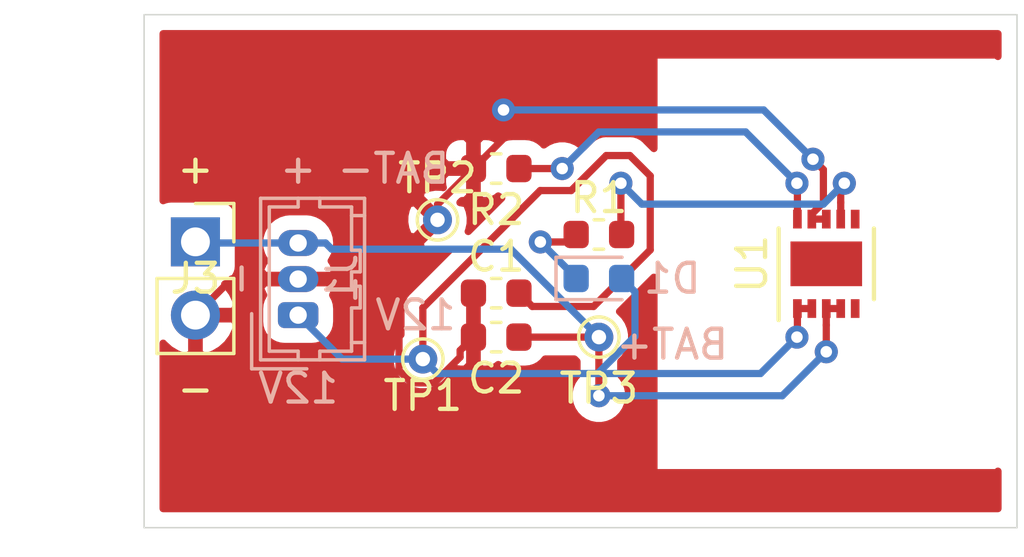
<source format=kicad_pcb>
(kicad_pcb (version 20171130) (host pcbnew "(5.1.0-0)")

  (general
    (thickness 1.6)
    (drawings 18)
    (tracks 93)
    (zones 0)
    (modules 11)
    (nets 10)
  )

  (page A4)
  (layers
    (0 F.Cu signal)
    (31 B.Cu signal)
    (32 B.Adhes user)
    (33 F.Adhes user)
    (34 B.Paste user)
    (35 F.Paste user)
    (36 B.SilkS user)
    (37 F.SilkS user)
    (38 B.Mask user)
    (39 F.Mask user)
    (40 Dwgs.User user)
    (41 Cmts.User user)
    (42 Eco1.User user)
    (43 Eco2.User user)
    (44 Edge.Cuts user)
    (45 Margin user)
    (46 B.CrtYd user)
    (47 F.CrtYd user)
    (48 B.Fab user)
    (49 F.Fab user)
  )

  (setup
    (last_trace_width 0.25)
    (trace_clearance 0.2)
    (zone_clearance 0.508)
    (zone_45_only no)
    (trace_min 0.2)
    (via_size 0.8)
    (via_drill 0.4)
    (via_min_size 0.4)
    (via_min_drill 0.3)
    (uvia_size 0.3)
    (uvia_drill 0.1)
    (uvias_allowed no)
    (uvia_min_size 0.2)
    (uvia_min_drill 0.1)
    (edge_width 0.05)
    (segment_width 0.2)
    (pcb_text_width 0.3)
    (pcb_text_size 1.5 1.5)
    (mod_edge_width 0.12)
    (mod_text_size 1 1)
    (mod_text_width 0.15)
    (pad_size 1.524 1.524)
    (pad_drill 0.762)
    (pad_to_mask_clearance 0.051)
    (solder_mask_min_width 0.25)
    (aux_axis_origin 0 0)
    (visible_elements FFFFFF7F)
    (pcbplotparams
      (layerselection 0x010fc_ffffffff)
      (usegerberextensions true)
      (usegerberattributes false)
      (usegerberadvancedattributes false)
      (creategerberjobfile false)
      (excludeedgelayer true)
      (linewidth 0.100000)
      (plotframeref false)
      (viasonmask false)
      (mode 1)
      (useauxorigin false)
      (hpglpennumber 1)
      (hpglpenspeed 20)
      (hpglpendiameter 15.000000)
      (psnegative false)
      (psa4output false)
      (plotreference true)
      (plotvalue true)
      (plotinvisibletext false)
      (padsonsilk false)
      (subtractmaskfromsilk false)
      (outputformat 1)
      (mirror false)
      (drillshape 0)
      (scaleselection 1)
      (outputdirectory "Gerber/"))
  )

  (net 0 "")
  (net 1 BAT-)
  (net 2 12V)
  (net 3 BAT+)
  (net 4 "Net-(D1-Pad1)")
  (net 5 "Net-(R1-Pad1)")
  (net 6 "Net-(R2-Pad1)")
  (net 7 "Net-(U1-Pad5)")
  (net 8 "Net-(U1-Pad6)")
  (net 9 "Net-(U1-Pad11)")

  (net_class Default "This is the default net class."
    (clearance 0.2)
    (trace_width 0.25)
    (via_dia 0.8)
    (via_drill 0.4)
    (uvia_dia 0.3)
    (uvia_drill 0.1)
    (add_net 12V)
    (add_net BAT+)
    (add_net BAT-)
    (add_net "Net-(D1-Pad1)")
    (add_net "Net-(R1-Pad1)")
    (add_net "Net-(R2-Pad1)")
    (add_net "Net-(U1-Pad11)")
    (add_net "Net-(U1-Pad5)")
    (add_net "Net-(U1-Pad6)")
  )

  (module Connector_PinSocket_2.54mm:PinSocket_1x02_P2.54mm_Vertical (layer F.Cu) (tedit 5A19A420) (tstamp 5D2EC182)
    (at 114.808 71.882)
    (descr "Through hole straight socket strip, 1x02, 2.54mm pitch, single row (from Kicad 4.0.7), script generated")
    (tags "Through hole socket strip THT 1x02 2.54mm single row")
    (path /5D309926)
    (fp_text reference J3 (at 0 1.27) (layer F.SilkS)
      (effects (font (size 1 1) (thickness 0.15)))
    )
    (fp_text value Conn_01x02_Male (at 0 5.31) (layer F.Fab)
      (effects (font (size 1 1) (thickness 0.15)))
    )
    (fp_line (start -1.27 -1.27) (end 0.635 -1.27) (layer F.Fab) (width 0.1))
    (fp_line (start 0.635 -1.27) (end 1.27 -0.635) (layer F.Fab) (width 0.1))
    (fp_line (start 1.27 -0.635) (end 1.27 3.81) (layer F.Fab) (width 0.1))
    (fp_line (start 1.27 3.81) (end -1.27 3.81) (layer F.Fab) (width 0.1))
    (fp_line (start -1.27 3.81) (end -1.27 -1.27) (layer F.Fab) (width 0.1))
    (fp_line (start -1.33 1.27) (end 1.33 1.27) (layer F.SilkS) (width 0.12))
    (fp_line (start -1.33 1.27) (end -1.33 3.87) (layer F.SilkS) (width 0.12))
    (fp_line (start -1.33 3.87) (end 1.33 3.87) (layer F.SilkS) (width 0.12))
    (fp_line (start 1.33 1.27) (end 1.33 3.87) (layer F.SilkS) (width 0.12))
    (fp_line (start 1.33 -1.33) (end 1.33 0) (layer F.SilkS) (width 0.12))
    (fp_line (start 0 -1.33) (end 1.33 -1.33) (layer F.SilkS) (width 0.12))
    (fp_line (start -1.8 -1.8) (end 1.75 -1.8) (layer F.CrtYd) (width 0.05))
    (fp_line (start 1.75 -1.8) (end 1.75 4.3) (layer F.CrtYd) (width 0.05))
    (fp_line (start 1.75 4.3) (end -1.8 4.3) (layer F.CrtYd) (width 0.05))
    (fp_line (start -1.8 4.3) (end -1.8 -1.8) (layer F.CrtYd) (width 0.05))
    (fp_text user %R (at 0 1.27 90) (layer F.Fab)
      (effects (font (size 1 1) (thickness 0.15)))
    )
    (pad 1 thru_hole rect (at 0 0) (size 1.7 1.7) (drill 1) (layers *.Cu *.Mask)
      (net 3 BAT+))
    (pad 2 thru_hole oval (at 0 2.54) (size 1.7 1.7) (drill 1) (layers *.Cu *.Mask)
      (net 1 BAT-))
    (model ${KISYS3DMOD}/Connector_PinSocket_2.54mm.3dshapes/PinSocket_1x02_P2.54mm_Vertical.wrl
      (at (xyz 0 0 0))
      (scale (xyz 1 1 1))
      (rotate (xyz 0 0 0))
    )
  )

  (module Capacitor_SMD:C_0603_1608Metric (layer F.Cu) (tedit 5B301BBE) (tstamp 5D2E959E)
    (at 125.222 73.66 180)
    (descr "Capacitor SMD 0603 (1608 Metric), square (rectangular) end terminal, IPC_7351 nominal, (Body size source: http://www.tortai-tech.com/upload/download/2011102023233369053.pdf), generated with kicad-footprint-generator")
    (tags capacitor)
    (path /5D2E702D)
    (attr smd)
    (fp_text reference C1 (at 0 1.27 180) (layer F.SilkS)
      (effects (font (size 1 1) (thickness 0.15)))
    )
    (fp_text value 1uF (at 0 1.43 180) (layer F.Fab)
      (effects (font (size 1 1) (thickness 0.15)))
    )
    (fp_text user %R (at 0 0 180) (layer F.Fab)
      (effects (font (size 0.4 0.4) (thickness 0.06)))
    )
    (fp_line (start 1.48 0.73) (end -1.48 0.73) (layer F.CrtYd) (width 0.05))
    (fp_line (start 1.48 -0.73) (end 1.48 0.73) (layer F.CrtYd) (width 0.05))
    (fp_line (start -1.48 -0.73) (end 1.48 -0.73) (layer F.CrtYd) (width 0.05))
    (fp_line (start -1.48 0.73) (end -1.48 -0.73) (layer F.CrtYd) (width 0.05))
    (fp_line (start -0.162779 0.51) (end 0.162779 0.51) (layer F.SilkS) (width 0.12))
    (fp_line (start -0.162779 -0.51) (end 0.162779 -0.51) (layer F.SilkS) (width 0.12))
    (fp_line (start 0.8 0.4) (end -0.8 0.4) (layer F.Fab) (width 0.1))
    (fp_line (start 0.8 -0.4) (end 0.8 0.4) (layer F.Fab) (width 0.1))
    (fp_line (start -0.8 -0.4) (end 0.8 -0.4) (layer F.Fab) (width 0.1))
    (fp_line (start -0.8 0.4) (end -0.8 -0.4) (layer F.Fab) (width 0.1))
    (pad 2 smd roundrect (at 0.7875 0 180) (size 0.875 0.95) (layers F.Cu F.Paste F.Mask) (roundrect_rratio 0.25)
      (net 1 BAT-))
    (pad 1 smd roundrect (at -0.7875 0 180) (size 0.875 0.95) (layers F.Cu F.Paste F.Mask) (roundrect_rratio 0.25)
      (net 2 12V))
    (model ${KISYS3DMOD}/Capacitor_SMD.3dshapes/C_0603_1608Metric.wrl
      (at (xyz 0 0 0))
      (scale (xyz 1 1 1))
      (rotate (xyz 0 0 0))
    )
  )

  (module Capacitor_SMD:C_0603_1608Metric (layer F.Cu) (tedit 5B301BBE) (tstamp 5D2E95AF)
    (at 125.222 75.184 180)
    (descr "Capacitor SMD 0603 (1608 Metric), square (rectangular) end terminal, IPC_7351 nominal, (Body size source: http://www.tortai-tech.com/upload/download/2011102023233369053.pdf), generated with kicad-footprint-generator")
    (tags capacitor)
    (path /5D2E701E)
    (attr smd)
    (fp_text reference C2 (at 0 -1.43 180) (layer F.SilkS)
      (effects (font (size 1 1) (thickness 0.15)))
    )
    (fp_text value 1uF (at 0 1.43 180) (layer F.Fab)
      (effects (font (size 1 1) (thickness 0.15)))
    )
    (fp_line (start -0.8 0.4) (end -0.8 -0.4) (layer F.Fab) (width 0.1))
    (fp_line (start -0.8 -0.4) (end 0.8 -0.4) (layer F.Fab) (width 0.1))
    (fp_line (start 0.8 -0.4) (end 0.8 0.4) (layer F.Fab) (width 0.1))
    (fp_line (start 0.8 0.4) (end -0.8 0.4) (layer F.Fab) (width 0.1))
    (fp_line (start -0.162779 -0.51) (end 0.162779 -0.51) (layer F.SilkS) (width 0.12))
    (fp_line (start -0.162779 0.51) (end 0.162779 0.51) (layer F.SilkS) (width 0.12))
    (fp_line (start -1.48 0.73) (end -1.48 -0.73) (layer F.CrtYd) (width 0.05))
    (fp_line (start -1.48 -0.73) (end 1.48 -0.73) (layer F.CrtYd) (width 0.05))
    (fp_line (start 1.48 -0.73) (end 1.48 0.73) (layer F.CrtYd) (width 0.05))
    (fp_line (start 1.48 0.73) (end -1.48 0.73) (layer F.CrtYd) (width 0.05))
    (fp_text user %R (at 0 0 180) (layer F.Fab)
      (effects (font (size 0.4 0.4) (thickness 0.06)))
    )
    (pad 1 smd roundrect (at -0.7875 0 180) (size 0.875 0.95) (layers F.Cu F.Paste F.Mask) (roundrect_rratio 0.25)
      (net 3 BAT+))
    (pad 2 smd roundrect (at 0.7875 0 180) (size 0.875 0.95) (layers F.Cu F.Paste F.Mask) (roundrect_rratio 0.25)
      (net 1 BAT-))
    (model ${KISYS3DMOD}/Capacitor_SMD.3dshapes/C_0603_1608Metric.wrl
      (at (xyz 0 0 0))
      (scale (xyz 1 1 1))
      (rotate (xyz 0 0 0))
    )
  )

  (module LED_SMD:LED_0603_1608Metric (layer B.Cu) (tedit 5B301BBE) (tstamp 5D2E95C2)
    (at 128.778 73.152)
    (descr "LED SMD 0603 (1608 Metric), square (rectangular) end terminal, IPC_7351 nominal, (Body size source: http://www.tortai-tech.com/upload/download/2011102023233369053.pdf), generated with kicad-footprint-generator")
    (tags diode)
    (path /5D2E703F)
    (attr smd)
    (fp_text reference D1 (at 2.54 0) (layer B.SilkS)
      (effects (font (size 1 1) (thickness 0.15)) (justify mirror))
    )
    (fp_text value Blue (at 0 -1.43) (layer B.Fab)
      (effects (font (size 1 1) (thickness 0.15)) (justify mirror))
    )
    (fp_line (start 0.8 0.4) (end -0.5 0.4) (layer B.Fab) (width 0.1))
    (fp_line (start -0.5 0.4) (end -0.8 0.1) (layer B.Fab) (width 0.1))
    (fp_line (start -0.8 0.1) (end -0.8 -0.4) (layer B.Fab) (width 0.1))
    (fp_line (start -0.8 -0.4) (end 0.8 -0.4) (layer B.Fab) (width 0.1))
    (fp_line (start 0.8 -0.4) (end 0.8 0.4) (layer B.Fab) (width 0.1))
    (fp_line (start 0.8 0.735) (end -1.485 0.735) (layer B.SilkS) (width 0.12))
    (fp_line (start -1.485 0.735) (end -1.485 -0.735) (layer B.SilkS) (width 0.12))
    (fp_line (start -1.485 -0.735) (end 0.8 -0.735) (layer B.SilkS) (width 0.12))
    (fp_line (start -1.48 -0.73) (end -1.48 0.73) (layer B.CrtYd) (width 0.05))
    (fp_line (start -1.48 0.73) (end 1.48 0.73) (layer B.CrtYd) (width 0.05))
    (fp_line (start 1.48 0.73) (end 1.48 -0.73) (layer B.CrtYd) (width 0.05))
    (fp_line (start 1.48 -0.73) (end -1.48 -0.73) (layer B.CrtYd) (width 0.05))
    (fp_text user %R (at 0 0) (layer B.Fab)
      (effects (font (size 0.4 0.4) (thickness 0.06)) (justify mirror))
    )
    (pad 1 smd roundrect (at -0.7875 0) (size 0.875 0.95) (layers B.Cu B.Paste B.Mask) (roundrect_rratio 0.25)
      (net 4 "Net-(D1-Pad1)"))
    (pad 2 smd roundrect (at 0.7875 0) (size 0.875 0.95) (layers B.Cu B.Paste B.Mask) (roundrect_rratio 0.25)
      (net 2 12V))
    (model ${KISYS3DMOD}/LED_SMD.3dshapes/LED_0603_1608Metric.wrl
      (at (xyz 0 0 0))
      (scale (xyz 1 1 1))
      (rotate (xyz 0 0 0))
    )
  )

  (module Resistor_SMD:R_0603_1608Metric (layer F.Cu) (tedit 5B301BBD) (tstamp 5D2E9616)
    (at 128.778 71.628 180)
    (descr "Resistor SMD 0603 (1608 Metric), square (rectangular) end terminal, IPC_7351 nominal, (Body size source: http://www.tortai-tech.com/upload/download/2011102023233369053.pdf), generated with kicad-footprint-generator")
    (tags resistor)
    (path /5D2E7039)
    (attr smd)
    (fp_text reference R1 (at 0 1.27 180) (layer F.SilkS)
      (effects (font (size 1 1) (thickness 0.15)))
    )
    (fp_text value 1k (at 0 1.43 180) (layer F.Fab)
      (effects (font (size 1 1) (thickness 0.15)))
    )
    (fp_text user %R (at 0 0 180) (layer F.Fab)
      (effects (font (size 0.4 0.4) (thickness 0.06)))
    )
    (fp_line (start 1.48 0.73) (end -1.48 0.73) (layer F.CrtYd) (width 0.05))
    (fp_line (start 1.48 -0.73) (end 1.48 0.73) (layer F.CrtYd) (width 0.05))
    (fp_line (start -1.48 -0.73) (end 1.48 -0.73) (layer F.CrtYd) (width 0.05))
    (fp_line (start -1.48 0.73) (end -1.48 -0.73) (layer F.CrtYd) (width 0.05))
    (fp_line (start -0.162779 0.51) (end 0.162779 0.51) (layer F.SilkS) (width 0.12))
    (fp_line (start -0.162779 -0.51) (end 0.162779 -0.51) (layer F.SilkS) (width 0.12))
    (fp_line (start 0.8 0.4) (end -0.8 0.4) (layer F.Fab) (width 0.1))
    (fp_line (start 0.8 -0.4) (end 0.8 0.4) (layer F.Fab) (width 0.1))
    (fp_line (start -0.8 -0.4) (end 0.8 -0.4) (layer F.Fab) (width 0.1))
    (fp_line (start -0.8 0.4) (end -0.8 -0.4) (layer F.Fab) (width 0.1))
    (pad 2 smd roundrect (at 0.7875 0 180) (size 0.875 0.95) (layers F.Cu F.Paste F.Mask) (roundrect_rratio 0.25)
      (net 4 "Net-(D1-Pad1)"))
    (pad 1 smd roundrect (at -0.7875 0 180) (size 0.875 0.95) (layers F.Cu F.Paste F.Mask) (roundrect_rratio 0.25)
      (net 5 "Net-(R1-Pad1)"))
    (model ${KISYS3DMOD}/Resistor_SMD.3dshapes/R_0603_1608Metric.wrl
      (at (xyz 0 0 0))
      (scale (xyz 1 1 1))
      (rotate (xyz 0 0 0))
    )
  )

  (module Resistor_SMD:R_0603_1608Metric (layer F.Cu) (tedit 5B301BBD) (tstamp 5D2E9627)
    (at 125.222 69.342 180)
    (descr "Resistor SMD 0603 (1608 Metric), square (rectangular) end terminal, IPC_7351 nominal, (Body size source: http://www.tortai-tech.com/upload/download/2011102023233369053.pdf), generated with kicad-footprint-generator")
    (tags resistor)
    (path /5D2E7024)
    (attr smd)
    (fp_text reference R2 (at 0 -1.43 180) (layer F.SilkS)
      (effects (font (size 1 1) (thickness 0.15)))
    )
    (fp_text value "1.1k 1% E96" (at 0 1.43 180) (layer F.Fab)
      (effects (font (size 1 1) (thickness 0.15)))
    )
    (fp_line (start -0.8 0.4) (end -0.8 -0.4) (layer F.Fab) (width 0.1))
    (fp_line (start -0.8 -0.4) (end 0.8 -0.4) (layer F.Fab) (width 0.1))
    (fp_line (start 0.8 -0.4) (end 0.8 0.4) (layer F.Fab) (width 0.1))
    (fp_line (start 0.8 0.4) (end -0.8 0.4) (layer F.Fab) (width 0.1))
    (fp_line (start -0.162779 -0.51) (end 0.162779 -0.51) (layer F.SilkS) (width 0.12))
    (fp_line (start -0.162779 0.51) (end 0.162779 0.51) (layer F.SilkS) (width 0.12))
    (fp_line (start -1.48 0.73) (end -1.48 -0.73) (layer F.CrtYd) (width 0.05))
    (fp_line (start -1.48 -0.73) (end 1.48 -0.73) (layer F.CrtYd) (width 0.05))
    (fp_line (start 1.48 -0.73) (end 1.48 0.73) (layer F.CrtYd) (width 0.05))
    (fp_line (start 1.48 0.73) (end -1.48 0.73) (layer F.CrtYd) (width 0.05))
    (fp_text user %R (at 0 0 180) (layer F.Fab)
      (effects (font (size 0.4 0.4) (thickness 0.06)))
    )
    (pad 1 smd roundrect (at -0.7875 0 180) (size 0.875 0.95) (layers F.Cu F.Paste F.Mask) (roundrect_rratio 0.25)
      (net 6 "Net-(R2-Pad1)"))
    (pad 2 smd roundrect (at 0.7875 0 180) (size 0.875 0.95) (layers F.Cu F.Paste F.Mask) (roundrect_rratio 0.25)
      (net 1 BAT-))
    (model ${KISYS3DMOD}/Resistor_SMD.3dshapes/R_0603_1608Metric.wrl
      (at (xyz 0 0 0))
      (scale (xyz 1 1 1))
      (rotate (xyz 0 0 0))
    )
  )

  (module TestPoint:TestPoint_THTPad_D1.0mm_Drill0.5mm (layer F.Cu) (tedit 5A0F774F) (tstamp 5D2E962F)
    (at 122.682 75.946 270)
    (descr "THT pad as test Point, diameter 1.0mm, hole diameter 0.5mm")
    (tags "test point THT pad")
    (path /5D2E704D)
    (attr virtual)
    (fp_text reference TP1 (at 1.27 0) (layer F.SilkS)
      (effects (font (size 1 1) (thickness 0.15)))
    )
    (fp_text value TestPoint (at 0 1.55 270) (layer F.Fab)
      (effects (font (size 1 1) (thickness 0.15)))
    )
    (fp_text user %R (at -1.524 0.254) (layer F.Fab)
      (effects (font (size 1 1) (thickness 0.15)))
    )
    (fp_circle (center 0 0) (end 1 0) (layer F.CrtYd) (width 0.05))
    (fp_circle (center 0 0) (end 0 0.7) (layer F.SilkS) (width 0.12))
    (pad 1 thru_hole circle (at 0 0 270) (size 1 1) (drill 0.5) (layers *.Cu *.Mask)
      (net 2 12V))
  )

  (module TestPoint:TestPoint_THTPad_D1.0mm_Drill0.5mm (layer F.Cu) (tedit 5A0F774F) (tstamp 5D2E9637)
    (at 123.19 71.12)
    (descr "THT pad as test Point, diameter 1.0mm, hole diameter 0.5mm")
    (tags "test point THT pad")
    (path /5D2E705A)
    (attr virtual)
    (fp_text reference TP2 (at 0 -1.448) (layer F.SilkS)
      (effects (font (size 1 1) (thickness 0.15)))
    )
    (fp_text value TestPoint (at 0 1.55) (layer F.Fab)
      (effects (font (size 1 1) (thickness 0.15)))
    )
    (fp_text user %R (at -1.27 -1.778) (layer F.Fab)
      (effects (font (size 1 1) (thickness 0.15)))
    )
    (fp_circle (center 0 0) (end 1 0) (layer F.CrtYd) (width 0.05))
    (fp_circle (center 0 0) (end 0 0.7) (layer F.SilkS) (width 0.12))
    (pad 1 thru_hole circle (at 0 0) (size 1 1) (drill 0.5) (layers *.Cu *.Mask)
      (net 1 BAT-))
  )

  (module TestPoint:TestPoint_THTPad_D1.0mm_Drill0.5mm (layer F.Cu) (tedit 5A0F774F) (tstamp 5D2E963F)
    (at 128.778 75.184)
    (descr "THT pad as test Point, diameter 1.0mm, hole diameter 0.5mm")
    (tags "test point THT pad")
    (path /5D2E7054)
    (attr virtual)
    (fp_text reference TP3 (at 0 1.778) (layer F.SilkS)
      (effects (font (size 1 1) (thickness 0.15)))
    )
    (fp_text value TestPoint (at 0 1.55) (layer F.Fab)
      (effects (font (size 1 1) (thickness 0.15)))
    )
    (fp_circle (center 0 0) (end 0 0.7) (layer F.SilkS) (width 0.12))
    (fp_circle (center 0 0) (end 1 0) (layer F.CrtYd) (width 0.05))
    (fp_text user %R (at 0 1.778) (layer F.Fab)
      (effects (font (size 1 1) (thickness 0.15)))
    )
    (pad 1 thru_hole circle (at 0 0) (size 1 1) (drill 0.5) (layers *.Cu *.Mask)
      (net 3 BAT+))
  )

  (module Package_DFN_QFN:DFN-10-1EP_3x3mm_P0.5mm_EP1.55x2.48mm (layer F.Cu) (tedit 5A64BE60) (tstamp 5D2E965E)
    (at 136.652 72.644 90)
    (descr "10-Lead Plastic Dual Flat, No Lead Package (MF) - 3x3x0.9 mm Body [DFN] (see Microchip Packaging Specification 00000049BS.pdf)")
    (tags "DFN 0.5")
    (path /5D2E7015)
    (attr smd)
    (fp_text reference U1 (at 0 -2.575 90) (layer F.SilkS)
      (effects (font (size 1 1) (thickness 0.15)))
    )
    (fp_text value MCP73213 (at 0 2.575 90) (layer F.Fab)
      (effects (font (size 1 1) (thickness 0.15)))
    )
    (fp_text user %R (at 0 0 90) (layer F.Fab)
      (effects (font (size 0.7 0.7) (thickness 0.105)))
    )
    (fp_line (start -0.5 -1.5) (end 1.5 -1.5) (layer F.Fab) (width 0.15))
    (fp_line (start 1.5 -1.5) (end 1.5 1.5) (layer F.Fab) (width 0.15))
    (fp_line (start 1.5 1.5) (end -1.5 1.5) (layer F.Fab) (width 0.15))
    (fp_line (start -1.5 1.5) (end -1.5 -0.5) (layer F.Fab) (width 0.15))
    (fp_line (start -1.5 -0.5) (end -0.5 -1.5) (layer F.Fab) (width 0.15))
    (fp_line (start -2.15 -1.85) (end -2.15 1.85) (layer F.CrtYd) (width 0.05))
    (fp_line (start 2.15 -1.85) (end 2.15 1.85) (layer F.CrtYd) (width 0.05))
    (fp_line (start -2.15 -1.85) (end 2.15 -1.85) (layer F.CrtYd) (width 0.05))
    (fp_line (start -2.15 1.85) (end 2.15 1.85) (layer F.CrtYd) (width 0.05))
    (fp_line (start -1.225 1.65) (end 1.225 1.65) (layer F.SilkS) (width 0.15))
    (fp_line (start -1.95 -1.65) (end 1.225 -1.65) (layer F.SilkS) (width 0.15))
    (pad 1 smd rect (at -1.55 -1 90) (size 0.65 0.3) (layers F.Cu F.Paste F.Mask)
      (net 2 12V))
    (pad 2 smd rect (at -1.55 -0.5 90) (size 0.65 0.3) (layers F.Cu F.Paste F.Mask)
      (net 2 12V))
    (pad 3 smd rect (at -1.55 0 90) (size 0.65 0.3) (layers F.Cu F.Paste F.Mask)
      (net 3 BAT+))
    (pad 4 smd rect (at -1.55 0.5 90) (size 0.65 0.3) (layers F.Cu F.Paste F.Mask)
      (net 3 BAT+))
    (pad 5 smd rect (at -1.55 1 90) (size 0.65 0.3) (layers F.Cu F.Paste F.Mask)
      (net 7 "Net-(U1-Pad5)"))
    (pad 6 smd rect (at 1.55 1 90) (size 0.65 0.3) (layers F.Cu F.Paste F.Mask)
      (net 8 "Net-(U1-Pad6)"))
    (pad 7 smd rect (at 1.55 0.5 90) (size 0.65 0.3) (layers F.Cu F.Paste F.Mask)
      (net 5 "Net-(R1-Pad1)"))
    (pad 8 smd rect (at 1.55 0 90) (size 0.65 0.3) (layers F.Cu F.Paste F.Mask)
      (net 1 BAT-))
    (pad 9 smd rect (at 1.55 -0.5 90) (size 0.65 0.3) (layers F.Cu F.Paste F.Mask)
      (net 1 BAT-))
    (pad 10 smd rect (at 1.55 -1 90) (size 0.65 0.3) (layers F.Cu F.Paste F.Mask)
      (net 6 "Net-(R2-Pad1)"))
    (pad "" smd rect (at 0.3875 -0.62 90) (size 0.6 1.05) (layers F.Paste))
    (pad 11 smd rect (at 0 0 90) (size 1.55 2.48) (layers F.Cu F.Mask)
      (net 9 "Net-(U1-Pad11)"))
    (pad "" smd rect (at -0.3875 -0.62 90) (size 0.6 1.05) (layers F.Paste))
    (pad "" smd rect (at -0.3875 0.62 90) (size 0.6 1.05) (layers F.Paste))
    (pad "" smd rect (at 0.3875 0.62 90) (size 0.6 1.05) (layers F.Paste))
    (model ${KISYS3DMOD}/Package_DFN_QFN.3dshapes/DFN-10-1EP_3x3mm_P0.5mm_EP1.55x2.48mm.wrl
      (at (xyz 0 0 0))
      (scale (xyz 1 1 1))
      (rotate (xyz 0 0 0))
    )
  )

  (module Connector_Hirose:Hirose_DF13-03P-1.25DSA_1x03_P1.25mm_Vertical (layer B.Cu) (tedit 5B77E5EB) (tstamp 5D2EC597)
    (at 118.364 74.422 90)
    (descr "Molex DF13 through hole, DF13-03P-1.25DSA, 3 Pins per row (https://www.hirose.com/product/en/products/DF13/DF13-2P-1.25DSA%2850%29/), generated with kicad-footprint-generator")
    (tags "connector Hirose  side entry")
    (path /5D30C1A1)
    (fp_text reference J1 (at 1.27 1.524 90) (layer B.SilkS)
      (effects (font (size 1 1) (thickness 0.15)) (justify mirror))
    )
    (fp_text value Conn_01x03_Male (at 1.25 -2.4 90) (layer B.Fab)
      (effects (font (size 1 1) (thickness 0.15)) (justify mirror))
    )
    (fp_line (start -1.45 2.2) (end -1.45 -1.2) (layer B.Fab) (width 0.1))
    (fp_line (start -1.45 -1.2) (end 3.95 -1.2) (layer B.Fab) (width 0.1))
    (fp_line (start 3.95 -1.2) (end 3.95 2.2) (layer B.Fab) (width 0.1))
    (fp_line (start 3.95 2.2) (end -1.45 2.2) (layer B.Fab) (width 0.1))
    (fp_line (start -1.55 2.3) (end -1.55 -1.3) (layer B.SilkS) (width 0.12))
    (fp_line (start -1.55 -1.3) (end 4.05 -1.3) (layer B.SilkS) (width 0.12))
    (fp_line (start 4.05 -1.3) (end 4.05 2.3) (layer B.SilkS) (width 0.12))
    (fp_line (start 4.05 2.3) (end -1.55 2.3) (layer B.SilkS) (width 0.12))
    (fp_line (start -1.86 0.3) (end -1.86 -1.61) (layer B.SilkS) (width 0.12))
    (fp_line (start -1.86 -1.61) (end 0.05 -1.61) (layer B.SilkS) (width 0.12))
    (fp_line (start -0.5 -1.2) (end 0 -0.492893) (layer B.Fab) (width 0.1))
    (fp_line (start 0 -0.492893) (end 0.5 -1.2) (layer B.Fab) (width 0.1))
    (fp_line (start -1.55 0) (end -1.25 0) (layer B.SilkS) (width 0.12))
    (fp_line (start -1.25 0) (end -1.25 -1) (layer B.SilkS) (width 0.12))
    (fp_line (start -1.25 -1) (end 3.75 -1) (layer B.SilkS) (width 0.12))
    (fp_line (start 3.75 -1) (end 3.75 0) (layer B.SilkS) (width 0.12))
    (fp_line (start 3.75 0) (end 4.05 0) (layer B.SilkS) (width 0.12))
    (fp_line (start -1.55 0.75) (end -1.25 0.75) (layer B.SilkS) (width 0.12))
    (fp_line (start -1.25 0.75) (end -1.25 1.85) (layer B.SilkS) (width 0.12))
    (fp_line (start -1.25 1.85) (end -0.95 1.85) (layer B.SilkS) (width 0.12))
    (fp_line (start -0.95 1.85) (end -0.95 2.3) (layer B.SilkS) (width 0.12))
    (fp_line (start 4.05 0.75) (end 3.75 0.75) (layer B.SilkS) (width 0.12))
    (fp_line (start 3.75 0.75) (end 3.75 1.85) (layer B.SilkS) (width 0.12))
    (fp_line (start 3.75 1.85) (end 3.45 1.85) (layer B.SilkS) (width 0.12))
    (fp_line (start 3.45 1.85) (end 3.45 2.3) (layer B.SilkS) (width 0.12))
    (fp_line (start -0.95 1.85) (end 0.25 1.85) (layer B.SilkS) (width 0.12))
    (fp_line (start 0.25 1.85) (end 0.25 2.15) (layer B.SilkS) (width 0.12))
    (fp_line (start 0.25 2.15) (end 1 2.15) (layer B.SilkS) (width 0.12))
    (fp_line (start 1 2.15) (end 1 1.85) (layer B.SilkS) (width 0.12))
    (fp_line (start 1 1.85) (end 1.5 1.85) (layer B.SilkS) (width 0.12))
    (fp_line (start 1.5 1.85) (end 1.5 2.15) (layer B.SilkS) (width 0.12))
    (fp_line (start 1.5 2.15) (end 2.25 2.15) (layer B.SilkS) (width 0.12))
    (fp_line (start 2.25 2.15) (end 2.25 1.85) (layer B.SilkS) (width 0.12))
    (fp_line (start 2.25 1.85) (end 3.45 1.85) (layer B.SilkS) (width 0.12))
    (fp_line (start -1.95 2.7) (end -1.95 -1.7) (layer B.CrtYd) (width 0.05))
    (fp_line (start -1.95 -1.7) (end 4.45 -1.7) (layer B.CrtYd) (width 0.05))
    (fp_line (start 4.45 -1.7) (end 4.45 2.7) (layer B.CrtYd) (width 0.05))
    (fp_line (start 4.45 2.7) (end -1.95 2.7) (layer B.CrtYd) (width 0.05))
    (fp_text user %R (at 1.25 1.5 90) (layer B.Fab)
      (effects (font (size 1 1) (thickness 0.15)) (justify mirror))
    )
    (pad 1 thru_hole roundrect (at 0 0 90) (size 0.9 1.4) (drill 0.6) (layers *.Cu *.Mask) (roundrect_rratio 0.25)
      (net 2 12V))
    (pad 2 thru_hole oval (at 1.25 0 90) (size 0.9 1.4) (drill 0.6) (layers *.Cu *.Mask)
      (net 1 BAT-))
    (pad 3 thru_hole oval (at 2.5 0 90) (size 0.9 1.4) (drill 0.6) (layers *.Cu *.Mask)
      (net 3 BAT+))
    (model ${KISYS3DMOD}/Connector_Hirose.3dshapes/Hirose_DF13-03P-1.25DSA_1x03_P1.25mm_Vertical.wrl
      (at (xyz 0 0 0))
      (scale (xyz 1 1 1))
      (rotate (xyz 0 0 0))
    )
  )

  (gr_poly (pts (xy 134.62 79.502) (xy 134.62 76.962) (xy 138.684 76.962) (xy 138.684 79.502)) (layer F.Mask) (width 0.1))
  (gr_poly (pts (xy 134.62 65.786) (xy 138.684 65.786) (xy 138.684 68.326) (xy 134.62 68.326)) (layer F.Mask) (width 0.1))
  (gr_text BAT+ (at 131.318 75.438) (layer B.SilkS)
    (effects (font (size 1 1) (thickness 0.15)) (justify mirror))
  )
  (gr_text 12V (at 122.428 74.422) (layer B.SilkS)
    (effects (font (size 1 1) (thickness 0.15)) (justify mirror))
  )
  (gr_text BAT- (at 121.666 69.342) (layer B.SilkS)
    (effects (font (size 1 1) (thickness 0.15)) (justify mirror))
  )
  (gr_poly (pts (xy 138.684 71.882) (xy 137.922 71.882) (xy 137.922 73.406) (xy 138.684 73.406)) (layer F.Mask) (width 0.1) (tstamp 5D2ECEDD))
  (gr_poly (pts (xy 142.24 65.786) (xy 138.684 65.786) (xy 138.684 79.502) (xy 142.24 79.502)) (layer F.Mask) (width 0.1) (tstamp 5D2ECD62))
  (gr_poly (pts (xy 134.62 65.786) (xy 131.064 65.786) (xy 131.064 79.502) (xy 134.62 79.502)) (layer F.Mask) (width 0.1))
  (gr_poly (pts (xy 135.382 71.882) (xy 134.62 71.882) (xy 134.62 73.406) (xy 135.382 73.406)) (layer F.Mask) (width 0.1))
  (gr_text + (at 114.808 69.342) (layer F.SilkS) (tstamp 5D2EC973)
    (effects (font (size 1 1) (thickness 0.15)))
  )
  (gr_text 12V (at 118.364 76.962) (layer B.SilkS)
    (effects (font (size 1 1) (thickness 0.15)) (justify mirror))
  )
  (gr_text - (at 114.808 76.962) (layer F.SilkS)
    (effects (font (size 1 1) (thickness 0.15)))
  )
  (gr_text + (at 118.364 69.342) (layer B.SilkS)
    (effects (font (size 1 1) (thickness 0.15)))
  )
  (gr_text - (at 116.332 73.152 90) (layer B.SilkS)
    (effects (font (size 1 1) (thickness 0.15)))
  )
  (gr_line (start 143.256 64.008) (end 113.03 64.008) (layer Edge.Cuts) (width 0.05))
  (gr_line (start 143.256 81.788) (end 143.256 64.008) (layer Edge.Cuts) (width 0.05))
  (gr_line (start 113.03 81.788) (end 143.256 81.788) (layer Edge.Cuts) (width 0.05))
  (gr_line (start 113.03 64.008) (end 113.03 81.788) (layer Edge.Cuts) (width 0.05))

  (segment (start 123.19 70.5865) (end 124.4345 69.342) (width 0.25) (layer F.Cu) (net 1) (status 20))
  (segment (start 123.19 71.12) (end 123.19 70.5865) (width 0.25) (layer F.Cu) (net 1) (status 10))
  (segment (start 136.652 71.094) (end 136.652 70.919) (width 0.25) (layer F.Cu) (net 1) (status 30))
  (segment (start 136.152 71.094) (end 136.652 71.094) (width 0.25) (layer F.Cu) (net 1) (status 30))
  (segment (start 124.4345 73.66) (end 124.4345 75.184) (width 0.25) (layer F.Cu) (net 1) (status 30))
  (segment (start 121.856999 72.453001) (end 123.19 71.12) (width 0.25) (layer F.Cu) (net 1) (status 20))
  (segment (start 121.856999 76.342001) (end 121.856999 72.453001) (width 0.25) (layer F.Cu) (net 1))
  (segment (start 122.285999 76.771001) (end 121.856999 76.342001) (width 0.25) (layer F.Cu) (net 1))
  (segment (start 123.078001 76.771001) (end 122.285999 76.771001) (width 0.25) (layer F.Cu) (net 1))
  (segment (start 123.972888 75.876114) (end 123.078001 76.771001) (width 0.25) (layer F.Cu) (net 1))
  (segment (start 123.972888 75.645612) (end 123.972888 75.876114) (width 0.25) (layer F.Cu) (net 1))
  (segment (start 124.4345 75.184) (end 123.972888 75.645612) (width 0.25) (layer F.Cu) (net 1) (status 10))
  (segment (start 121.138 73.172) (end 118.364 73.172) (width 0.25) (layer F.Cu) (net 1) (status 20))
  (segment (start 121.856999 72.453001) (end 121.138 73.172) (width 0.25) (layer F.Cu) (net 1))
  (segment (start 116.058 73.172) (end 114.808 74.422) (width 0.25) (layer F.Cu) (net 1) (status 20))
  (segment (start 118.364 73.172) (end 116.058 73.172) (width 0.25) (layer F.Cu) (net 1) (status 10))
  (via (at 136.190701 69.017949) (size 0.8) (drill 0.4) (layers F.Cu B.Cu) (net 1))
  (segment (start 136.552 70.519) (end 136.552 69.379248) (width 0.25) (layer F.Cu) (net 1))
  (segment (start 136.552 69.379248) (end 136.361001 69.188249) (width 0.25) (layer F.Cu) (net 1))
  (segment (start 136.152 70.919) (end 136.552 70.519) (width 0.25) (layer F.Cu) (net 1))
  (segment (start 136.361001 69.188249) (end 136.190701 69.017949) (width 0.25) (layer F.Cu) (net 1))
  (segment (start 136.152 71.094) (end 136.152 70.919) (width 0.25) (layer F.Cu) (net 1))
  (via (at 125.476 67.31) (size 0.8) (drill 0.4) (layers F.Cu B.Cu) (net 1))
  (segment (start 134.482752 67.31) (end 126.041685 67.31) (width 0.25) (layer B.Cu) (net 1))
  (segment (start 136.190701 69.017949) (end 134.482752 67.31) (width 0.25) (layer B.Cu) (net 1))
  (segment (start 126.041685 67.31) (end 125.476 67.31) (width 0.25) (layer B.Cu) (net 1))
  (segment (start 125.476 68.3005) (end 124.4345 69.342) (width 0.25) (layer F.Cu) (net 1))
  (segment (start 125.476 67.31) (end 125.476 68.3005) (width 0.25) (layer F.Cu) (net 1))
  (segment (start 136.152 74.194) (end 135.652 74.194) (width 0.25) (layer F.Cu) (net 2) (status 30))
  (segment (start 126.471112 74.121612) (end 126.0095 73.66) (width 0.25) (layer F.Cu) (net 2) (status 20))
  (segment (start 128.595888 74.121612) (end 126.471112 74.121612) (width 0.25) (layer F.Cu) (net 2))
  (segment (start 129.5655 73.152) (end 128.595888 74.121612) (width 0.25) (layer F.Cu) (net 2))
  (segment (start 119.888 75.946) (end 118.364 74.422) (width 0.25) (layer B.Cu) (net 2) (status 20))
  (segment (start 122.682 75.946) (end 119.888 75.946) (width 0.25) (layer B.Cu) (net 2) (status 10))
  (segment (start 130.027112 75.15589) (end 130.027112 73.613612) (width 0.25) (layer B.Cu) (net 2))
  (segment (start 128.737003 76.445999) (end 130.027112 75.15589) (width 0.25) (layer B.Cu) (net 2))
  (segment (start 130.027112 73.613612) (end 129.5655 73.152) (width 0.25) (layer B.Cu) (net 2))
  (segment (start 123.181999 76.445999) (end 128.737003 76.445999) (width 0.25) (layer B.Cu) (net 2))
  (segment (start 122.682 75.946) (end 123.181999 76.445999) (width 0.25) (layer B.Cu) (net 2))
  (segment (start 129.5655 73.152) (end 129.29875 73.41875) (width 0.25) (layer F.Cu) (net 2))
  (via (at 135.636 75.184) (size 0.8) (drill 0.4) (layers F.Cu B.Cu) (net 2))
  (segment (start 135.652 75.168) (end 135.636 75.184) (width 0.25) (layer F.Cu) (net 2))
  (segment (start 135.652 74.194) (end 135.652 75.168) (width 0.25) (layer F.Cu) (net 2))
  (segment (start 134.374001 76.445999) (end 128.737003 76.445999) (width 0.25) (layer B.Cu) (net 2))
  (segment (start 135.636 75.184) (end 134.374001 76.445999) (width 0.25) (layer B.Cu) (net 2))
  (segment (start 127.819002 70.104) (end 126.746506 70.104) (width 0.25) (layer F.Cu) (net 2))
  (segment (start 122.682 74.168506) (end 122.682 75.946) (width 0.25) (layer F.Cu) (net 2))
  (segment (start 126.746506 70.104) (end 122.682 74.168506) (width 0.25) (layer F.Cu) (net 2))
  (segment (start 129.032 68.891002) (end 127.819002 70.104) (width 0.25) (layer F.Cu) (net 2))
  (segment (start 130.556 69.596) (end 129.851002 68.891002) (width 0.25) (layer F.Cu) (net 2))
  (segment (start 130.556 72.1615) (end 130.556 69.596) (width 0.25) (layer F.Cu) (net 2))
  (segment (start 129.851002 68.891002) (end 129.032 68.891002) (width 0.25) (layer F.Cu) (net 2))
  (segment (start 129.5655 73.152) (end 130.556 72.1615) (width 0.25) (layer F.Cu) (net 2))
  (segment (start 137.152 74.194) (end 136.652 74.194) (width 0.25) (layer F.Cu) (net 3) (status 30))
  (segment (start 126.0095 75.184) (end 128.778 75.184) (width 0.25) (layer F.Cu) (net 3) (status 30))
  (segment (start 119.314 71.922) (end 118.364 71.922) (width 0.25) (layer B.Cu) (net 3) (status 20))
  (segment (start 119.528 72.136) (end 119.314 71.922) (width 0.25) (layer B.Cu) (net 3))
  (segment (start 125.73 72.136) (end 119.528 72.136) (width 0.25) (layer B.Cu) (net 3))
  (segment (start 128.778 75.184) (end 125.73 72.136) (width 0.25) (layer B.Cu) (net 3) (status 10))
  (segment (start 114.848 71.922) (end 114.808 71.882) (width 0.25) (layer B.Cu) (net 3) (status 30))
  (segment (start 118.364 71.922) (end 114.848 71.922) (width 0.25) (layer B.Cu) (net 3) (status 30))
  (segment (start 136.652 74.194) (end 136.652 74.769) (width 0.25) (layer F.Cu) (net 3))
  (via (at 136.652 75.692) (size 0.8) (drill 0.4) (layers F.Cu B.Cu) (net 3))
  (segment (start 136.652 74.769) (end 136.652 75.692) (width 0.25) (layer F.Cu) (net 3))
  (segment (start 129.343685 77.216) (end 128.778 77.216) (width 0.25) (layer B.Cu) (net 3))
  (via (at 128.778 77.216) (size 0.8) (drill 0.4) (layers F.Cu B.Cu) (net 3))
  (segment (start 135.128 77.216) (end 129.343685 77.216) (width 0.25) (layer B.Cu) (net 3))
  (segment (start 136.652 75.692) (end 135.128 77.216) (width 0.25) (layer B.Cu) (net 3))
  (segment (start 128.778 75.184) (end 128.778 77.216) (width 0.25) (layer F.Cu) (net 3))
  (via (at 126.750653 71.886653) (size 0.8) (drill 0.4) (layers F.Cu B.Cu) (net 4))
  (segment (start 127.9905 73.1265) (end 126.750653 71.886653) (width 0.25) (layer B.Cu) (net 4))
  (segment (start 127.9905 73.152) (end 127.9905 73.1265) (width 0.25) (layer B.Cu) (net 4))
  (segment (start 127.731847 71.886653) (end 127.9905 71.628) (width 0.25) (layer F.Cu) (net 4))
  (segment (start 126.750653 71.886653) (end 127.731847 71.886653) (width 0.25) (layer F.Cu) (net 4))
  (segment (start 137.152 71.094) (end 137.152 70.519) (width 0.25) (layer F.Cu) (net 5))
  (via (at 137.277 69.85) (size 0.8) (drill 0.4) (layers F.Cu B.Cu) (net 5))
  (segment (start 137.152 69.975) (end 137.277 69.85) (width 0.25) (layer F.Cu) (net 5))
  (segment (start 137.152 70.519) (end 137.152 69.975) (width 0.25) (layer F.Cu) (net 5))
  (via (at 129.54 69.85) (size 0.8) (drill 0.4) (layers F.Cu B.Cu) (net 5))
  (segment (start 130.265001 70.575001) (end 129.54 69.85) (width 0.25) (layer B.Cu) (net 5))
  (segment (start 136.551999 70.575001) (end 130.265001 70.575001) (width 0.25) (layer B.Cu) (net 5))
  (segment (start 137.277 69.85) (end 136.551999 70.575001) (width 0.25) (layer B.Cu) (net 5))
  (segment (start 129.54 71.6025) (end 129.5655 71.628) (width 0.25) (layer F.Cu) (net 5))
  (segment (start 129.54 69.85) (end 129.54 71.6025) (width 0.25) (layer F.Cu) (net 5))
  (segment (start 135.652 71.094) (end 135.652 70.628) (width 0.25) (layer F.Cu) (net 6))
  (via (at 135.636 69.85) (size 0.8) (drill 0.4) (layers F.Cu B.Cu) (net 6))
  (segment (start 135.652 69.866) (end 135.636 69.85) (width 0.25) (layer F.Cu) (net 6))
  (segment (start 135.652 70.628) (end 135.652 69.866) (width 0.25) (layer F.Cu) (net 6))
  (via (at 127.508 69.342) (size 0.8) (drill 0.4) (layers F.Cu B.Cu) (net 6))
  (segment (start 127.508 69.342) (end 126.0095 69.342) (width 0.25) (layer F.Cu) (net 6))
  (segment (start 133.858 68.072) (end 128.778 68.072) (width 0.25) (layer B.Cu) (net 6))
  (segment (start 128.778 68.072) (end 127.508 69.342) (width 0.25) (layer B.Cu) (net 6))
  (segment (start 135.636 69.85) (end 133.858 68.072) (width 0.25) (layer B.Cu) (net 6))

  (zone (net 1) (net_name BAT-) (layer F.Cu) (tstamp 5D3323C0) (hatch edge 0.508)
    (connect_pads (clearance 0.508))
    (min_thickness 0.254)
    (fill yes (arc_segments 32) (thermal_gap 0.508) (thermal_bridge_width 0.508))
    (polygon
      (pts
        (xy 112.522 63.5) (xy 112.522 82.804) (xy 143.51 82.804) (xy 143.51 63.5)
      )
    )
    (filled_polygon
      (pts
        (xy 142.596001 65.457061) (xy 142.583803 65.442197) (xy 142.564557 65.426403) (xy 142.542601 65.414667) (xy 142.518776 65.40744)
        (xy 142.494 65.405) (xy 130.81 65.405) (xy 130.785224 65.40744) (xy 130.761399 65.414667) (xy 130.739443 65.426403)
        (xy 130.720197 65.442197) (xy 130.704403 65.461443) (xy 130.692667 65.483399) (xy 130.68544 65.507224) (xy 130.683 65.532)
        (xy 130.683 68.648199) (xy 130.414805 68.380004) (xy 130.391003 68.351001) (xy 130.275278 68.256028) (xy 130.143249 68.185456)
        (xy 129.999988 68.141999) (xy 129.888335 68.131002) (xy 129.888324 68.131002) (xy 129.851002 68.127326) (xy 129.81368 68.131002)
        (xy 129.069322 68.131002) (xy 129.031999 68.127326) (xy 128.994676 68.131002) (xy 128.994667 68.131002) (xy 128.883014 68.141999)
        (xy 128.739753 68.185456) (xy 128.607724 68.256028) (xy 128.491999 68.351001) (xy 128.468201 68.379999) (xy 128.238956 68.609245)
        (xy 128.167774 68.538063) (xy 127.998256 68.424795) (xy 127.809898 68.346774) (xy 127.609939 68.307) (xy 127.406061 68.307)
        (xy 127.206102 68.346774) (xy 127.017744 68.424795) (xy 126.869948 68.523549) (xy 126.834115 68.479885) (xy 126.704275 68.373329)
        (xy 126.556142 68.29415) (xy 126.395408 68.245392) (xy 126.22825 68.228928) (xy 125.79075 68.228928) (xy 125.623592 68.245392)
        (xy 125.462858 68.29415) (xy 125.314725 68.373329) (xy 125.29307 68.3911) (xy 125.226494 68.336463) (xy 125.11618 68.277498)
        (xy 124.996482 68.241188) (xy 124.872 68.228928) (xy 124.72025 68.232) (xy 124.5615 68.39075) (xy 124.5615 69.215)
        (xy 124.5815 69.215) (xy 124.5815 69.469) (xy 124.5615 69.469) (xy 124.5615 70.29325) (xy 124.72025 70.452)
        (xy 124.872 70.455072) (xy 124.996482 70.442812) (xy 125.11618 70.406502) (xy 125.226494 70.347537) (xy 125.29307 70.2929)
        (xy 125.314725 70.310671) (xy 125.412677 70.363027) (xy 124.253169 71.522535) (xy 124.272458 71.479174) (xy 124.321731 71.261095)
        (xy 124.327511 71.037594) (xy 124.289577 70.81726) (xy 124.209387 70.60856) (xy 124.181588 70.55655) (xy 123.968169 70.521439)
        (xy 124.035312 70.454296) (xy 124.14875 70.452) (xy 124.3075 70.29325) (xy 124.3075 69.469) (xy 123.52075 69.469)
        (xy 123.362 69.62775) (xy 123.358928 69.817) (xy 123.371188 69.941482) (xy 123.389375 70.001437) (xy 123.331095 69.988269)
        (xy 123.107594 69.982489) (xy 122.88726 70.020423) (xy 122.67856 70.100613) (xy 122.62655 70.128412) (xy 122.591439 70.341834)
        (xy 123.19 70.940395) (xy 123.204143 70.926253) (xy 123.383748 71.105858) (xy 123.369605 71.12) (xy 123.383748 71.134143)
        (xy 123.204143 71.313748) (xy 123.19 71.299605) (xy 122.591439 71.898166) (xy 122.62655 72.111588) (xy 122.830826 72.202458)
        (xy 123.048905 72.251731) (xy 123.272406 72.257511) (xy 123.49274 72.219577) (xy 123.595681 72.180023) (xy 122.171003 73.604702)
        (xy 122.141999 73.628505) (xy 122.08989 73.692001) (xy 122.047026 73.74423) (xy 122.00152 73.829365) (xy 121.976454 73.87626)
        (xy 121.932997 74.019521) (xy 121.922 74.131174) (xy 121.922 74.131184) (xy 121.918324 74.168506) (xy 121.922 74.205829)
        (xy 121.922001 75.100867) (xy 121.800388 75.22248) (xy 121.676176 75.408376) (xy 121.590617 75.614933) (xy 121.547 75.834212)
        (xy 121.547 76.057788) (xy 121.590617 76.277067) (xy 121.676176 76.483624) (xy 121.800388 76.66952) (xy 121.95848 76.827612)
        (xy 122.144376 76.951824) (xy 122.350933 77.037383) (xy 122.570212 77.081) (xy 122.793788 77.081) (xy 123.013067 77.037383)
        (xy 123.219624 76.951824) (xy 123.40552 76.827612) (xy 123.563612 76.66952) (xy 123.687824 76.483624) (xy 123.773383 76.277067)
        (xy 123.777571 76.25601) (xy 123.872518 76.284812) (xy 123.997 76.297072) (xy 124.14875 76.294) (xy 124.3075 76.13525)
        (xy 124.3075 75.311) (xy 124.2875 75.311) (xy 124.2875 75.057) (xy 124.3075 75.057) (xy 124.3075 73.787)
        (xy 124.2875 73.787) (xy 124.2875 73.637807) (xy 124.412307 73.513) (xy 124.5615 73.513) (xy 124.5615 73.533)
        (xy 124.5815 73.533) (xy 124.5815 73.787) (xy 124.5615 73.787) (xy 124.5615 75.057) (xy 124.5815 75.057)
        (xy 124.5815 75.311) (xy 124.5615 75.311) (xy 124.5615 76.13525) (xy 124.72025 76.294) (xy 124.872 76.297072)
        (xy 124.996482 76.284812) (xy 125.11618 76.248502) (xy 125.226494 76.189537) (xy 125.29307 76.1349) (xy 125.314725 76.152671)
        (xy 125.462858 76.23185) (xy 125.623592 76.280608) (xy 125.79075 76.297072) (xy 126.22825 76.297072) (xy 126.395408 76.280608)
        (xy 126.556142 76.23185) (xy 126.704275 76.152671) (xy 126.834115 76.046115) (xy 126.917918 75.944) (xy 127.932868 75.944)
        (xy 128.018 76.029132) (xy 128.018001 76.512288) (xy 127.974063 76.556226) (xy 127.860795 76.725744) (xy 127.782774 76.914102)
        (xy 127.743 77.114061) (xy 127.743 77.317939) (xy 127.782774 77.517898) (xy 127.860795 77.706256) (xy 127.974063 77.875774)
        (xy 128.118226 78.019937) (xy 128.287744 78.133205) (xy 128.476102 78.211226) (xy 128.676061 78.251) (xy 128.879939 78.251)
        (xy 129.079898 78.211226) (xy 129.268256 78.133205) (xy 129.437774 78.019937) (xy 129.581937 77.875774) (xy 129.695205 77.706256)
        (xy 129.773226 77.517898) (xy 129.813 77.317939) (xy 129.813 77.114061) (xy 129.773226 76.914102) (xy 129.695205 76.725744)
        (xy 129.581937 76.556226) (xy 129.538 76.512289) (xy 129.538 76.029132) (xy 129.659612 75.90752) (xy 129.783824 75.721624)
        (xy 129.869383 75.515067) (xy 129.913 75.295788) (xy 129.913 75.072212) (xy 129.869383 74.852933) (xy 129.783824 74.646376)
        (xy 129.659612 74.46048) (xy 129.50152 74.302388) (xy 129.494563 74.297739) (xy 130.129299 73.663004) (xy 130.129308 73.662993)
        (xy 130.683 73.109302) (xy 130.683 79.756) (xy 130.68544 79.780776) (xy 130.692667 79.804601) (xy 130.704403 79.826557)
        (xy 130.720197 79.845803) (xy 130.739443 79.861597) (xy 130.761399 79.873333) (xy 130.785224 79.88056) (xy 130.81 79.883)
        (xy 142.494 79.883) (xy 142.518776 79.88056) (xy 142.542601 79.873333) (xy 142.564557 79.861597) (xy 142.583803 79.845803)
        (xy 142.596 79.83094) (xy 142.596 81.128) (xy 113.69 81.128) (xy 113.69 75.394903) (xy 113.710412 75.422269)
        (xy 113.926645 75.617178) (xy 114.176748 75.766157) (xy 114.451109 75.863481) (xy 114.681 75.742814) (xy 114.681 74.549)
        (xy 114.935 74.549) (xy 114.935 75.742814) (xy 115.164891 75.863481) (xy 115.439252 75.766157) (xy 115.689355 75.617178)
        (xy 115.905588 75.422269) (xy 116.079641 75.18892) (xy 116.204825 74.926099) (xy 116.249476 74.77889) (xy 116.128155 74.549)
        (xy 114.935 74.549) (xy 114.681 74.549) (xy 114.661 74.549) (xy 114.661 74.295) (xy 114.681 74.295)
        (xy 114.681 74.275) (xy 114.935 74.275) (xy 114.935 74.295) (xy 116.128155 74.295) (xy 116.179873 74.197)
        (xy 117.025928 74.197) (xy 117.025928 74.647) (xy 117.042512 74.815377) (xy 117.091625 74.977283) (xy 117.171382 75.126497)
        (xy 117.278716 75.257284) (xy 117.409503 75.364618) (xy 117.558717 75.444375) (xy 117.720623 75.493488) (xy 117.889 75.510072)
        (xy 118.839 75.510072) (xy 119.007377 75.493488) (xy 119.169283 75.444375) (xy 119.318497 75.364618) (xy 119.449284 75.257284)
        (xy 119.556618 75.126497) (xy 119.636375 74.977283) (xy 119.685488 74.815377) (xy 119.702072 74.647) (xy 119.702072 74.197)
        (xy 119.685488 74.028623) (xy 119.636375 73.866717) (xy 119.561338 73.726334) (xy 119.647279 73.546563) (xy 119.658408 73.466001)
        (xy 119.531502 73.299) (xy 118.491 73.299) (xy 118.491 73.319) (xy 118.237 73.319) (xy 118.237 73.299)
        (xy 117.196498 73.299) (xy 117.069592 73.466001) (xy 117.080721 73.546563) (xy 117.166662 73.726334) (xy 117.091625 73.866717)
        (xy 117.042512 74.028623) (xy 117.025928 74.197) (xy 116.179873 74.197) (xy 116.249476 74.06511) (xy 116.204825 73.917901)
        (xy 116.079641 73.65508) (xy 115.905588 73.421731) (xy 115.821534 73.345966) (xy 115.90218 73.321502) (xy 116.012494 73.262537)
        (xy 116.109185 73.183185) (xy 116.188537 73.086494) (xy 116.247502 72.97618) (xy 116.283812 72.856482) (xy 116.296072 72.732)
        (xy 116.296072 71.922) (xy 117.023751 71.922) (xy 117.0447 72.134697) (xy 117.106741 72.33922) (xy 117.207491 72.52771)
        (xy 117.219273 72.542066) (xy 117.173649 72.603051) (xy 117.080721 72.797437) (xy 117.069592 72.877999) (xy 117.196498 73.045)
        (xy 118.237 73.045) (xy 118.237 73.025) (xy 118.491 73.025) (xy 118.491 73.045) (xy 119.531502 73.045)
        (xy 119.658408 72.877999) (xy 119.647279 72.797437) (xy 119.554351 72.603051) (xy 119.508727 72.542066) (xy 119.520509 72.52771)
        (xy 119.621259 72.33922) (xy 119.6833 72.134697) (xy 119.704249 71.922) (xy 119.6833 71.709303) (xy 119.621259 71.50478)
        (xy 119.520509 71.31629) (xy 119.427047 71.202406) (xy 122.052489 71.202406) (xy 122.090423 71.42274) (xy 122.170613 71.63144)
        (xy 122.198412 71.68345) (xy 122.411834 71.718561) (xy 123.010395 71.12) (xy 122.411834 70.521439) (xy 122.198412 70.55655)
        (xy 122.107542 70.760826) (xy 122.058269 70.978905) (xy 122.052489 71.202406) (xy 119.427047 71.202406) (xy 119.384922 71.151078)
        (xy 119.21971 71.015491) (xy 119.03122 70.914741) (xy 118.826697 70.8527) (xy 118.667294 70.837) (xy 118.060706 70.837)
        (xy 117.901303 70.8527) (xy 117.69678 70.914741) (xy 117.50829 71.015491) (xy 117.343078 71.151078) (xy 117.207491 71.31629)
        (xy 117.106741 71.50478) (xy 117.0447 71.709303) (xy 117.023751 71.922) (xy 116.296072 71.922) (xy 116.296072 71.032)
        (xy 116.283812 70.907518) (xy 116.247502 70.78782) (xy 116.188537 70.677506) (xy 116.109185 70.580815) (xy 116.012494 70.501463)
        (xy 115.90218 70.442498) (xy 115.782482 70.406188) (xy 115.658 70.393928) (xy 113.958 70.393928) (xy 113.833518 70.406188)
        (xy 113.71382 70.442498) (xy 113.69 70.45523) (xy 113.69 68.867) (xy 123.358928 68.867) (xy 123.362 69.05625)
        (xy 123.52075 69.215) (xy 124.3075 69.215) (xy 124.3075 68.39075) (xy 124.14875 68.232) (xy 123.997 68.228928)
        (xy 123.872518 68.241188) (xy 123.75282 68.277498) (xy 123.642506 68.336463) (xy 123.545815 68.415815) (xy 123.466463 68.512506)
        (xy 123.407498 68.62282) (xy 123.371188 68.742518) (xy 123.358928 68.867) (xy 113.69 68.867) (xy 113.69 64.668)
        (xy 142.596001 64.668)
      )
    )
  )
  (zone (net 0) (net_name "") (layer F.Cu) (tstamp 0) (hatch edge 0.508)
    (connect_pads (clearance 0.508))
    (min_thickness 0.254)
    (keepout (tracks not_allowed) (vias not_allowed) (copperpour not_allowed))
    (fill (arc_segments 32) (thermal_gap 0.508) (thermal_bridge_width 0.508))
    (polygon
      (pts
        (xy 130.81 65.532) (xy 142.494 65.532) (xy 142.494 79.756) (xy 130.81 79.756)
      )
    )
  )
)

</source>
